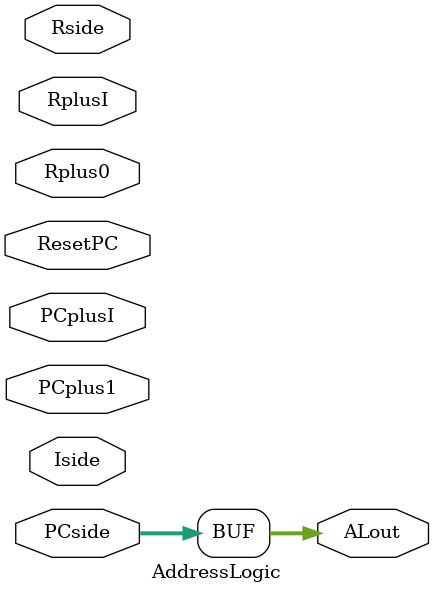
<source format=v>

`timescale 1 ns /1 ns

module AddressLogic (
	PCside, Rside, Iside, ALout, ResetPC, PCplusI, PCplus1, RplusI, Rplus0
);
input [15:0] PCside, Rside;
input [7:0] Iside;
input ResetPC, PCplusI, PCplus1, RplusI, Rplus0;
output [15:0] ALout;
reg [15:0] ALout;		//此处方式为直接将输出端口设置成reg型信号，直接在always中赋值，同理于ProgramCounter中的方式
							//另一种方式是单独设置内部变量，在always中将输出信号赋给ALout_reg，让后通过assign将ALout和ALout_reg连接起来

	always @(PCside or Rside or Iside or ResetPC or PCplusI or PCplus1 or RplusI or Rplus0)
		case ({ResetPC, PCplusI, PCplus1, RplusI, Rplus0})
		//	5'b10000: //add your code
		//	5'b01000: //add your code
		//	5'b00100: //add your code
		//	5'b00010: //add your code		//Complement to 16 bits
		//	5'b00001: //add your code
			default: ALout = PCside;
		endcase

endmodule

</source>
